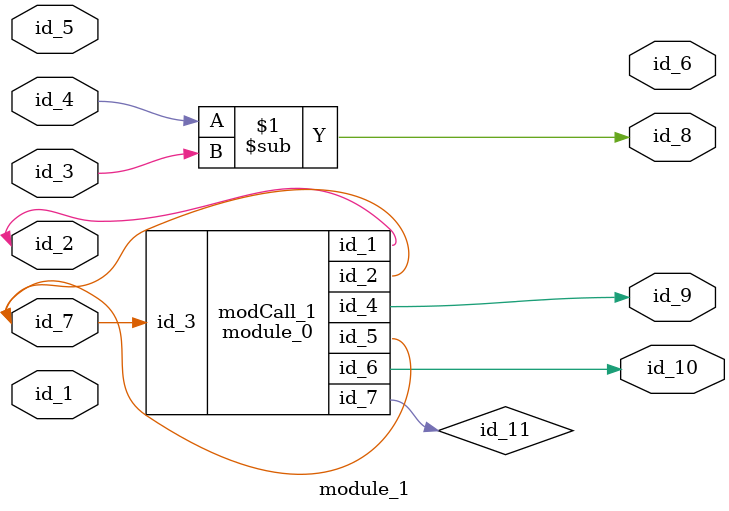
<source format=v>
module module_0 (
    id_1,
    id_2,
    id_3,
    id_4,
    id_5,
    id_6,
    id_7
);
  output wire id_7;
  output wire id_6;
  inout wire id_5;
  output wire id_4;
  input wire id_3;
  output wire id_2;
  inout wire id_1;
  assign id_4.id_3 = -1;
  assign id_1 = -1;
  wand id_8 = -1;
  wire id_9;
endmodule
module module_1 (
    id_1,
    id_2,
    id_3,
    id_4,
    id_5,
    id_6,
    id_7,
    id_8,
    id_9,
    id_10
);
  output wire id_10;
  output wire id_9;
  output wire id_8;
  inout wire id_7;
  output wire id_6;
  inout wire id_5;
  input wire id_4;
  inout wire id_3;
  inout wire id_2;
  input wire id_1;
  wire id_11 = id_11;
  assign id_8 = id_4 - id_3;
  module_0 modCall_1 (
      id_2,
      id_7,
      id_7,
      id_9,
      id_7,
      id_10,
      id_11
  );
  wire id_12, id_13;
endmodule

</source>
